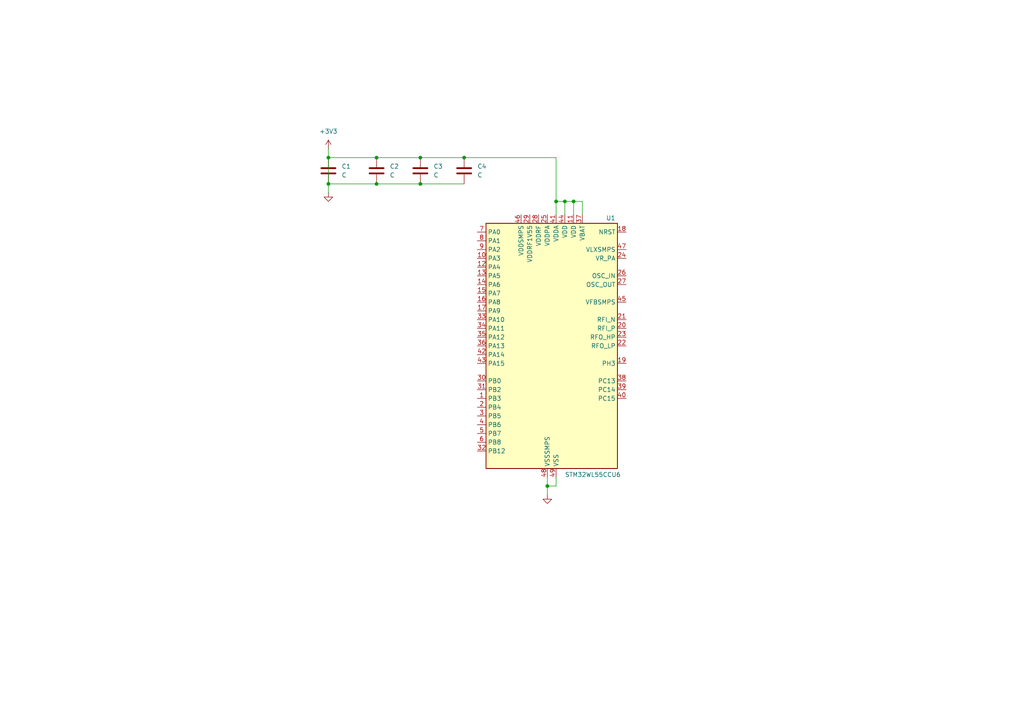
<source format=kicad_sch>
(kicad_sch (version 20231120) (generator "eeschema") (generator_version "8.0")
  (paper "A4")
  (lib_symbols
    (symbol "Device:C" (pin_numbers hide) (pin_names (offset 0.254))
      (property "Reference" "C" (at 0.635 2.54 0))
      (property "Value" "C" (at 0.635 -2.54 0))
      (symbol "C_0_1"
        (polyline (pts (xy -2.032 -0.762) (xy 2.032 -0.762)) (stroke (width 0.508)))
        (polyline (pts (xy -2.032 0.762) (xy 2.032 0.762)) (stroke (width 0.508)))
      )
      (symbol "C_1_1"
        (pin passive line (at 0 3.81 270) (length 2.794) (name "~") (number "1"))
        (pin passive line (at 0 -3.81 90) (length 2.794) (name "~") (number "2"))
      )
    )
    (symbol "MCU_ST_STM32WL:STM32WL55CCUx"
      (property "Reference" "U" (at -17.78 36.83 0))
      (property "Value" "STM32WL55CCUx" (at 12.7 36.83 0))
      (symbol "STM32WL55CCUx_0_1"
        (rectangle (start -17.78 -35.56) (end 20.32 35.56) (stroke (width 0.254)) (fill (type background)))
      )
      (symbol "STM32WL55CCUx_1_1"
        (pin bidirectional line (at 22.86 -15.24 180) (length 2.54) (name "PB3") (number "1"))
        (pin bidirectional line (at 22.86 25.4 180) (length 2.54) (name "PA3") (number "10"))
        (pin power_in line (at -5.08 38.1 270) (length 2.54) (name "VDD") (number "11"))
        (pin bidirectional line (at 22.86 22.86 180) (length 2.54) (name "PA4") (number "12"))
        (pin bidirectional line (at 22.86 20.32 180) (length 2.54) (name "PA5") (number "13"))
        (pin bidirectional line (at 22.86 17.78 180) (length 2.54) (name "PA6") (number "14"))
        (pin bidirectional line (at 22.86 15.24 180) (length 2.54) (name "PA7") (number "15"))
        (pin bidirectional line (at 22.86 12.7 180) (length 2.54) (name "PA8") (number "16"))
        (pin bidirectional line (at 22.86 10.16 180) (length 2.54) (name "PA9") (number "17"))
        (pin input line (at -20.32 33.02 0) (length 2.54) (name "NRST") (number "18"))
        (pin bidirectional line (at -20.32 -5.08 0) (length 2.54) (name "PH3") (number "19"))
        (pin bidirectional line (at 22.86 -17.78 180) (length 2.54) (name "PB4") (number "2"))
        (pin bidirectional line (at -20.32 5.08 0) (length 2.54) (name "RFI_P") (number "20"))
        (pin bidirectional line (at -20.32 7.62 0) (length 2.54) (name "RFI_N") (number "21"))
        (pin bidirectional line (at -20.32 0 0) (length 2.54) (name "RFO_LP") (number "22"))
        (pin bidirectional line (at -20.32 2.54 0) (length 2.54) (name "RFO_HP") (number "23"))
        (pin power_in line (at -20.32 25.4 0) (length 2.54) (name "VR_PA") (number "24"))
        (pin power_in line (at 2.54 38.1 270) (length 2.54) (name "VDDPA") (number "25"))
        (pin input line (at -20.32 20.32 0) (length 2.54) (name "OSC_IN") (number "26"))
        (pin input line (at -20.32 17.78 0) (length 2.54) (name "OSC_OUT") (number "27"))
        (pin power_in line (at 5.08 38.1 270) (length 2.54) (name "VDDRF") (number "28"))
        (pin power_in line (at 7.62 38.1 270) (length 2.54) (name "VDDRF1V55") (number "29"))
        (pin bidirectional line (at 22.86 -20.32 180) (length 2.54) (name "PB5") (number "3"))
        (pin bidirectional line (at 22.86 -10.16 180) (length 2.54) (name "PB0") (number "30"))
        (pin bidirectional line (at 22.86 -12.7 180) (length 2.54) (name "PB2") (number "31"))
        (pin bidirectional line (at 22.86 -30.48 180) (length 2.54) (name "PB12") (number "32"))
        (pin bidirectional line (at 22.86 7.62 180) (length 2.54) (name "PA10") (number "33"))
        (pin bidirectional line (at 22.86 5.08 180) (length 2.54) (name "PA11") (number "34"))
        (pin bidirectional line (at 22.86 2.54 180) (length 2.54) (name "PA12") (number "35"))
        (pin bidirectional line (at 22.86 0 180) (length 2.54) (name "PA13") (number "36"))
        (pin power_in line (at -7.62 38.1 270) (length 2.54) (name "VBAT") (number "37"))
        (pin bidirectional line (at -20.32 -10.16 0) (length 2.54) (name "PC13") (number "38"))
        (pin bidirectional line (at -20.32 -12.7 0) (length 2.54) (name "PC14") (number "39"))
        (pin bidirectional line (at 22.86 -22.86 180) (length 2.54) (name "PB6") (number "4"))
        (pin bidirectional line (at -20.32 -15.24 0) (length 2.54) (name "PC15") (number "40"))
        (pin power_in line (at 0 38.1 270) (length 2.54) (name "VDDA") (number "41"))
        (pin bidirectional line (at 22.86 -2.54 180) (length 2.54) (name "PA14") (number "42"))
        (pin bidirectional line (at 22.86 -5.08 180) (length 2.54) (name "PA15") (number "43"))
        (pin power_in line (at -2.54 38.1 270) (length 2.54) (name "VDD") (number "44"))
        (pin input line (at -20.32 12.7 0) (length 2.54) (name "VFBSMPS") (number "45"))
        (pin power_in line (at 10.16 38.1 270) (length 2.54) (name "VDDSMPS") (number "46"))
        (pin power_in line (at -20.32 27.94 0) (length 2.54) (name "VLXSMPS") (number "47"))
        (pin power_in line (at 2.54 -38.1 90) (length 2.54) (name "VSSSMPS") (number "48"))
        (pin power_in line (at 0 -38.1 90) (length 2.54) (name "VSS") (number "49"))
        (pin bidirectional line (at 22.86 -25.4 180) (length 2.54) (name "PB7") (number "5"))
        (pin bidirectional line (at 22.86 -27.94 180) (length 2.54) (name "PB8") (number "6"))
        (pin bidirectional line (at 22.86 33.02 180) (length 2.54) (name "PA0") (number "7"))
        (pin bidirectional line (at 22.86 30.48 180) (length 2.54) (name "PA1") (number "8"))
        (pin bidirectional line (at 22.86 27.94 180) (length 2.54) (name "PA2") (number "9"))
      )
    )
    (symbol "power:+3V3" (power) (pin_numbers hide) (pin_names (offset 0) hide)
      (property "Value" "+3V3" (at 0 3.556 0))
      (symbol "+3V3_0_1"
        (polyline (pts (xy -0.762 1.27) (xy 0 2.54)))
        (polyline (pts (xy 0 0) (xy 0 2.54)))
        (polyline (pts (xy 0 2.54) (xy 0.762 1.27)))
      )
      (symbol "+3V3_1_1"
        (pin power_in line (at 0 0 90) (length 0) (name "~") (number "1"))
      )
    )
    (symbol "power:GND" (power) (pin_numbers hide) (pin_names (offset 0) hide)
      (property "Value" "GND" (at 0 -3.81 0))
      (symbol "GND_0_1"
        (polyline (pts (xy 0 0) (xy 0 -1.27) (xy 1.27 -1.27) (xy 0 -2.54) (xy -1.27 -1.27) (xy 0 -1.27)))
      )
      (symbol "GND_1_1"
        (pin power_in line (at 0 0 270) (length 0) (name "~") (number "1"))
      )
    )
  )
  (junction (at 158.75 140.97))
  (junction (at 95.25 45.72))
  (junction (at 121.92 53.34))
  (junction (at 163.83 58.42))
  (junction (at 95.25 53.34))
  (junction (at 161.29 58.42))
  (junction (at 166.37 58.42))
  (junction (at 109.22 45.72))
  (junction (at 121.92 45.72))
  (junction (at 109.22 53.34))
  (junction (at 134.62 45.72))
  (wire (pts (xy 168.91 58.42) (xy 166.37 58.42)))
  (wire (pts (xy 163.83 62.23) (xy 163.83 58.42)))
  (wire (pts (xy 161.29 140.97) (xy 158.75 140.97)))
  (wire (pts (xy 95.25 43.18) (xy 95.25 45.72)))
  (wire (pts (xy 95.25 53.34) (xy 109.22 53.34)))
  (wire (pts (xy 95.25 55.88) (xy 95.25 53.34)))
  (wire (pts (xy 121.92 45.72) (xy 134.62 45.72)))
  (wire (pts (xy 95.25 45.72) (xy 95.25 53.34)))
  (wire (pts (xy 109.22 53.34) (xy 121.92 53.34)))
  (wire (pts (xy 158.75 140.97) (xy 158.75 138.43)))
  (wire (pts (xy 161.29 45.72) (xy 134.62 45.72)))
  (wire (pts (xy 161.29 58.42) (xy 163.83 58.42)))
  (wire (pts (xy 109.22 45.72) (xy 121.92 45.72)))
  (wire (pts (xy 166.37 58.42) (xy 166.37 62.23)))
  (wire (pts (xy 161.29 138.43) (xy 161.29 140.97)))
  (wire (pts (xy 163.83 58.42) (xy 166.37 58.42)))
  (wire (pts (xy 168.91 62.23) (xy 168.91 58.42)))
  (wire (pts (xy 161.29 58.42) (xy 161.29 45.72)))
  (wire (pts (xy 121.92 53.34) (xy 134.62 53.34)))
  (wire (pts (xy 158.75 140.97) (xy 158.75 143.51)))
  (wire (pts (xy 161.29 62.23) (xy 161.29 58.42)))
  (wire (pts (xy 95.25 45.72) (xy 109.22 45.72)))
  (symbol (lib_id "power:GND") (at 95.25 55.88 0) (unit 1)
    (property "Reference" "#PWR02" (effects (hide yes)))
    (property "Value" "GND" (effects (hide yes)))
    (property "Description" "Power symbol creates a global label with name \"GND\" , ground" (effects (hide yes)))
  )
  (symbol (lib_id "power:GND") (at 158.75 143.51 0) (unit 1)
    (property "Reference" "#PWR01" (effects (hide yes)))
    (property "Value" "GND" (effects (hide yes)))
    (property "Description" "Power symbol creates a global label with name \"GND\" , ground" (effects (hide yes)))
  )
  (symbol (lib_id "Device:C") (at 95.25 49.53 0) (unit 1)
    (property "Reference" "C1" (at 99.06 48.2599 0) (effects (justify left)))
    (property "Value" "C" (at 99.06 50.7999 0) (effects (justify left)))
    (property "Description" "Unpolarized capacitor" (effects (hide yes)))
  )
  (symbol (lib_id "power:+3V3") (at 95.25 43.18 0) (unit 1)
    (property "Reference" "#PWR03" (effects (hide yes)))
    (property "Value" "+3V3" (at 95.25 38.1 0))
    (property "Description" "Power symbol creates a global label with name \"+3V3\"" (effects (hide yes)))
  )
  (symbol (lib_id "Device:C") (at 121.92 49.53 0) (unit 1)
    (property "Reference" "C3" (at 125.73 48.2599 0) (effects (justify left)))
    (property "Value" "C" (at 125.73 50.7999 0) (effects (justify left)))
    (property "Description" "Unpolarized capacitor" (effects (hide yes)))
  )
  (symbol (lib_id "MCU_ST_STM32WL:STM32WL55CCUx") (at 161.29 100.33 0) (mirror y) (unit 1)
    (property "Reference" "U1" (at 175.768 63.246 0) (effects (justify right)))
    (property "Value" "STM32WL55CCU6" (at 163.83 137.668 0) (effects (justify right)))
    (property "Footprint" "Package_DFN_QFN:QFN-48-1EP_7x7mm_P0.5mm_EP5.6x5.6mm" (effects (hide yes)))
    (property "Datasheet" "https://www.st.com/resource/en/datasheet/stm32wl55cc.pdf" (effects (hide yes)))
    (property "Description" "STMicroelectronics Arm Cortex-M4 MCU, 256KB flash, 64KB RAM, 48 MHz, 1.8-3.6V, 29 GPIO, UFQFPN48" (effects (hide yes)))
  )
  (symbol (lib_id "Device:C") (at 134.62 49.53 0) (unit 1)
    (property "Reference" "C4" (at 138.43 48.2599 0) (effects (justify left)))
    (property "Value" "C" (at 138.43 50.7999 0) (effects (justify left)))
    (property "Description" "Unpolarized capacitor" (effects (hide yes)))
  )
  (symbol (lib_id "Device:C") (at 109.22 49.53 0) (unit 1)
    (property "Reference" "C2" (at 113.03 48.2599 0) (effects (justify left)))
    (property "Value" "C" (at 113.03 50.7999 0) (effects (justify left)))
    (property "Description" "Unpolarized capacitor" (effects (hide yes)))
  )
)
</source>
